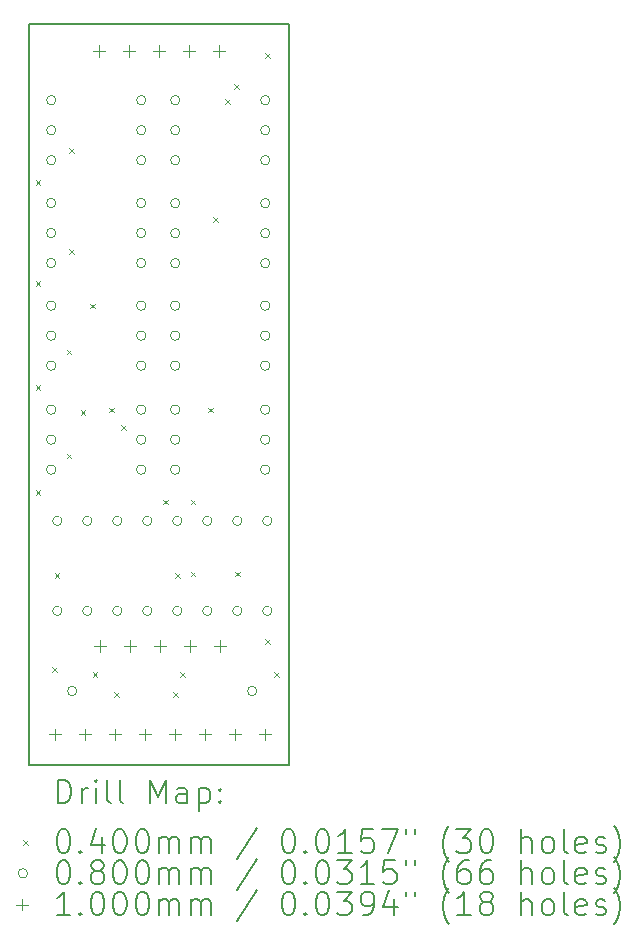
<source format=gbr>
%FSLAX45Y45*%
G04 Gerber Fmt 4.5, Leading zero omitted, Abs format (unit mm)*
G04 Created by KiCad (PCBNEW (6.0.5)) date 2022-08-24 21:52:36*
%MOMM*%
%LPD*%
G01*
G04 APERTURE LIST*
%TA.AperFunction,Profile*%
%ADD10C,0.200000*%
%TD*%
%ADD11C,0.200000*%
%ADD12C,0.040000*%
%ADD13C,0.080000*%
%ADD14C,0.100000*%
G04 APERTURE END LIST*
D10*
X12950000Y-7240000D02*
X15150000Y-7240000D01*
X15150000Y-7240000D02*
X15150000Y-13520000D01*
X15150000Y-13520000D02*
X12950000Y-13520000D01*
X12950000Y-13520000D02*
X12950000Y-7240000D01*
D11*
D12*
X13007549Y-8562451D02*
X13047549Y-8602451D01*
X13047549Y-8562451D02*
X13007549Y-8602451D01*
X13007549Y-9417549D02*
X13047549Y-9457549D01*
X13047549Y-9417549D02*
X13007549Y-9457549D01*
X13007549Y-10297549D02*
X13047549Y-10337549D01*
X13047549Y-10297549D02*
X13007549Y-10337549D01*
X13007549Y-11187549D02*
X13047549Y-11227549D01*
X13047549Y-11187549D02*
X13007549Y-11227549D01*
X13150000Y-12690000D02*
X13190000Y-12730000D01*
X13190000Y-12690000D02*
X13150000Y-12730000D01*
X13170000Y-11890000D02*
X13210000Y-11930000D01*
X13210000Y-11890000D02*
X13170000Y-11930000D01*
X13270000Y-10000000D02*
X13310000Y-10040000D01*
X13310000Y-10000000D02*
X13270000Y-10040000D01*
X13270000Y-10880000D02*
X13310000Y-10920000D01*
X13310000Y-10880000D02*
X13270000Y-10920000D01*
X13290000Y-8291500D02*
X13330000Y-8331500D01*
X13330000Y-8291500D02*
X13290000Y-8331500D01*
X13290000Y-9150000D02*
X13330000Y-9190000D01*
X13330000Y-9150000D02*
X13290000Y-9190000D01*
X13390000Y-10510000D02*
X13430000Y-10550000D01*
X13430000Y-10510000D02*
X13390000Y-10550000D01*
X13470000Y-9610000D02*
X13510000Y-9650000D01*
X13510000Y-9610000D02*
X13470000Y-9650000D01*
X13490000Y-12730000D02*
X13530000Y-12770000D01*
X13530000Y-12730000D02*
X13490000Y-12770000D01*
X13630000Y-10490000D02*
X13670000Y-10530000D01*
X13670000Y-10490000D02*
X13630000Y-10530000D01*
X13670000Y-12900000D02*
X13710000Y-12940000D01*
X13710000Y-12900000D02*
X13670000Y-12940000D01*
X13730000Y-10640000D02*
X13770000Y-10680000D01*
X13770000Y-10640000D02*
X13730000Y-10680000D01*
X14090000Y-11270000D02*
X14130000Y-11310000D01*
X14130000Y-11270000D02*
X14090000Y-11310000D01*
X14170000Y-12900000D02*
X14210000Y-12940000D01*
X14210000Y-12900000D02*
X14170000Y-12940000D01*
X14190000Y-11890000D02*
X14230000Y-11930000D01*
X14230000Y-11890000D02*
X14190000Y-11930000D01*
X14230000Y-12730000D02*
X14270000Y-12770000D01*
X14270000Y-12730000D02*
X14230000Y-12770000D01*
X14320000Y-11270000D02*
X14360000Y-11310000D01*
X14360000Y-11270000D02*
X14320000Y-11310000D01*
X14320000Y-11880000D02*
X14360000Y-11920000D01*
X14360000Y-11880000D02*
X14320000Y-11920000D01*
X14470000Y-10490000D02*
X14510000Y-10530000D01*
X14510000Y-10490000D02*
X14470000Y-10530000D01*
X14510000Y-8880000D02*
X14550000Y-8920000D01*
X14550000Y-8880000D02*
X14510000Y-8920000D01*
X14610000Y-7880000D02*
X14650000Y-7920000D01*
X14650000Y-7880000D02*
X14610000Y-7920000D01*
X14690000Y-7750000D02*
X14730000Y-7790000D01*
X14730000Y-7750000D02*
X14690000Y-7790000D01*
X14700000Y-11880000D02*
X14740000Y-11920000D01*
X14740000Y-11880000D02*
X14700000Y-11920000D01*
X14950000Y-7490000D02*
X14990000Y-7530000D01*
X14990000Y-7490000D02*
X14950000Y-7530000D01*
X14950000Y-12450000D02*
X14990000Y-12490000D01*
X14990000Y-12450000D02*
X14950000Y-12490000D01*
X15030000Y-12730000D02*
X15070000Y-12770000D01*
X15070000Y-12730000D02*
X15030000Y-12770000D01*
D13*
X13180000Y-7887500D02*
G75*
G03*
X13180000Y-7887500I-40000J0D01*
G01*
X13180000Y-8141500D02*
G75*
G03*
X13180000Y-8141500I-40000J0D01*
G01*
X13180000Y-8395500D02*
G75*
G03*
X13180000Y-8395500I-40000J0D01*
G01*
X13180000Y-8757500D02*
G75*
G03*
X13180000Y-8757500I-40000J0D01*
G01*
X13180000Y-9011500D02*
G75*
G03*
X13180000Y-9011500I-40000J0D01*
G01*
X13180000Y-9265500D02*
G75*
G03*
X13180000Y-9265500I-40000J0D01*
G01*
X13180000Y-9627500D02*
G75*
G03*
X13180000Y-9627500I-40000J0D01*
G01*
X13180000Y-9881500D02*
G75*
G03*
X13180000Y-9881500I-40000J0D01*
G01*
X13180000Y-10135500D02*
G75*
G03*
X13180000Y-10135500I-40000J0D01*
G01*
X13180000Y-10507500D02*
G75*
G03*
X13180000Y-10507500I-40000J0D01*
G01*
X13180000Y-10761500D02*
G75*
G03*
X13180000Y-10761500I-40000J0D01*
G01*
X13180000Y-11015500D02*
G75*
G03*
X13180000Y-11015500I-40000J0D01*
G01*
X13232000Y-11450000D02*
G75*
G03*
X13232000Y-11450000I-40000J0D01*
G01*
X13232000Y-12212000D02*
G75*
G03*
X13232000Y-12212000I-40000J0D01*
G01*
X13358000Y-12890000D02*
G75*
G03*
X13358000Y-12890000I-40000J0D01*
G01*
X13486000Y-11450000D02*
G75*
G03*
X13486000Y-11450000I-40000J0D01*
G01*
X13486000Y-12212000D02*
G75*
G03*
X13486000Y-12212000I-40000J0D01*
G01*
X13740000Y-11450000D02*
G75*
G03*
X13740000Y-11450000I-40000J0D01*
G01*
X13740000Y-12212000D02*
G75*
G03*
X13740000Y-12212000I-40000J0D01*
G01*
X13942000Y-7887500D02*
G75*
G03*
X13942000Y-7887500I-40000J0D01*
G01*
X13942000Y-8141500D02*
G75*
G03*
X13942000Y-8141500I-40000J0D01*
G01*
X13942000Y-8395500D02*
G75*
G03*
X13942000Y-8395500I-40000J0D01*
G01*
X13942000Y-8757500D02*
G75*
G03*
X13942000Y-8757500I-40000J0D01*
G01*
X13942000Y-9011500D02*
G75*
G03*
X13942000Y-9011500I-40000J0D01*
G01*
X13942000Y-9265500D02*
G75*
G03*
X13942000Y-9265500I-40000J0D01*
G01*
X13942000Y-9627500D02*
G75*
G03*
X13942000Y-9627500I-40000J0D01*
G01*
X13942000Y-9881500D02*
G75*
G03*
X13942000Y-9881500I-40000J0D01*
G01*
X13942000Y-10135500D02*
G75*
G03*
X13942000Y-10135500I-40000J0D01*
G01*
X13942000Y-10507500D02*
G75*
G03*
X13942000Y-10507500I-40000J0D01*
G01*
X13942000Y-10761500D02*
G75*
G03*
X13942000Y-10761500I-40000J0D01*
G01*
X13942000Y-11015500D02*
G75*
G03*
X13942000Y-11015500I-40000J0D01*
G01*
X13994000Y-11450000D02*
G75*
G03*
X13994000Y-11450000I-40000J0D01*
G01*
X13994000Y-12212000D02*
G75*
G03*
X13994000Y-12212000I-40000J0D01*
G01*
X14230000Y-7887500D02*
G75*
G03*
X14230000Y-7887500I-40000J0D01*
G01*
X14230000Y-8141500D02*
G75*
G03*
X14230000Y-8141500I-40000J0D01*
G01*
X14230000Y-8395500D02*
G75*
G03*
X14230000Y-8395500I-40000J0D01*
G01*
X14230000Y-8760000D02*
G75*
G03*
X14230000Y-8760000I-40000J0D01*
G01*
X14230000Y-9014000D02*
G75*
G03*
X14230000Y-9014000I-40000J0D01*
G01*
X14230000Y-9268000D02*
G75*
G03*
X14230000Y-9268000I-40000J0D01*
G01*
X14230000Y-9627500D02*
G75*
G03*
X14230000Y-9627500I-40000J0D01*
G01*
X14230000Y-9881500D02*
G75*
G03*
X14230000Y-9881500I-40000J0D01*
G01*
X14230000Y-10135500D02*
G75*
G03*
X14230000Y-10135500I-40000J0D01*
G01*
X14230000Y-10507500D02*
G75*
G03*
X14230000Y-10507500I-40000J0D01*
G01*
X14230000Y-10761500D02*
G75*
G03*
X14230000Y-10761500I-40000J0D01*
G01*
X14230000Y-11015500D02*
G75*
G03*
X14230000Y-11015500I-40000J0D01*
G01*
X14248000Y-11450000D02*
G75*
G03*
X14248000Y-11450000I-40000J0D01*
G01*
X14248000Y-12212000D02*
G75*
G03*
X14248000Y-12212000I-40000J0D01*
G01*
X14502000Y-11450000D02*
G75*
G03*
X14502000Y-11450000I-40000J0D01*
G01*
X14502000Y-12212000D02*
G75*
G03*
X14502000Y-12212000I-40000J0D01*
G01*
X14756000Y-11450000D02*
G75*
G03*
X14756000Y-11450000I-40000J0D01*
G01*
X14756000Y-12212000D02*
G75*
G03*
X14756000Y-12212000I-40000J0D01*
G01*
X14882000Y-12890000D02*
G75*
G03*
X14882000Y-12890000I-40000J0D01*
G01*
X14992000Y-7887500D02*
G75*
G03*
X14992000Y-7887500I-40000J0D01*
G01*
X14992000Y-8141500D02*
G75*
G03*
X14992000Y-8141500I-40000J0D01*
G01*
X14992000Y-8395500D02*
G75*
G03*
X14992000Y-8395500I-40000J0D01*
G01*
X14992000Y-8760000D02*
G75*
G03*
X14992000Y-8760000I-40000J0D01*
G01*
X14992000Y-9014000D02*
G75*
G03*
X14992000Y-9014000I-40000J0D01*
G01*
X14992000Y-9268000D02*
G75*
G03*
X14992000Y-9268000I-40000J0D01*
G01*
X14992000Y-9627500D02*
G75*
G03*
X14992000Y-9627500I-40000J0D01*
G01*
X14992000Y-9881500D02*
G75*
G03*
X14992000Y-9881500I-40000J0D01*
G01*
X14992000Y-10135500D02*
G75*
G03*
X14992000Y-10135500I-40000J0D01*
G01*
X14992000Y-10507500D02*
G75*
G03*
X14992000Y-10507500I-40000J0D01*
G01*
X14992000Y-10761500D02*
G75*
G03*
X14992000Y-10761500I-40000J0D01*
G01*
X14992000Y-11015500D02*
G75*
G03*
X14992000Y-11015500I-40000J0D01*
G01*
X15010000Y-11450000D02*
G75*
G03*
X15010000Y-11450000I-40000J0D01*
G01*
X15010000Y-12212000D02*
G75*
G03*
X15010000Y-12212000I-40000J0D01*
G01*
D14*
X13172500Y-13207500D02*
X13172500Y-13307500D01*
X13122500Y-13257500D02*
X13222500Y-13257500D01*
X13426500Y-13207500D02*
X13426500Y-13307500D01*
X13376500Y-13257500D02*
X13476500Y-13257500D01*
X13542500Y-7420000D02*
X13542500Y-7520000D01*
X13492500Y-7470000D02*
X13592500Y-7470000D01*
X13552500Y-12460000D02*
X13552500Y-12560000D01*
X13502500Y-12510000D02*
X13602500Y-12510000D01*
X13680500Y-13207500D02*
X13680500Y-13307500D01*
X13630500Y-13257500D02*
X13730500Y-13257500D01*
X13796500Y-7420000D02*
X13796500Y-7520000D01*
X13746500Y-7470000D02*
X13846500Y-7470000D01*
X13806500Y-12460000D02*
X13806500Y-12560000D01*
X13756500Y-12510000D02*
X13856500Y-12510000D01*
X13934500Y-13207500D02*
X13934500Y-13307500D01*
X13884500Y-13257500D02*
X13984500Y-13257500D01*
X14050500Y-7420000D02*
X14050500Y-7520000D01*
X14000500Y-7470000D02*
X14100500Y-7470000D01*
X14060500Y-12460000D02*
X14060500Y-12560000D01*
X14010500Y-12510000D02*
X14110500Y-12510000D01*
X14188500Y-13207500D02*
X14188500Y-13307500D01*
X14138500Y-13257500D02*
X14238500Y-13257500D01*
X14304500Y-7420000D02*
X14304500Y-7520000D01*
X14254500Y-7470000D02*
X14354500Y-7470000D01*
X14314500Y-12460000D02*
X14314500Y-12560000D01*
X14264500Y-12510000D02*
X14364500Y-12510000D01*
X14442500Y-13207500D02*
X14442500Y-13307500D01*
X14392500Y-13257500D02*
X14492500Y-13257500D01*
X14558500Y-7420000D02*
X14558500Y-7520000D01*
X14508500Y-7470000D02*
X14608500Y-7470000D01*
X14568500Y-12460000D02*
X14568500Y-12560000D01*
X14518500Y-12510000D02*
X14618500Y-12510000D01*
X14696500Y-13207500D02*
X14696500Y-13307500D01*
X14646500Y-13257500D02*
X14746500Y-13257500D01*
X14950500Y-13207500D02*
X14950500Y-13307500D01*
X14900500Y-13257500D02*
X15000500Y-13257500D01*
D11*
X13197619Y-13840476D02*
X13197619Y-13640476D01*
X13245238Y-13640476D01*
X13273809Y-13650000D01*
X13292857Y-13669048D01*
X13302381Y-13688095D01*
X13311905Y-13726190D01*
X13311905Y-13754762D01*
X13302381Y-13792857D01*
X13292857Y-13811905D01*
X13273809Y-13830952D01*
X13245238Y-13840476D01*
X13197619Y-13840476D01*
X13397619Y-13840476D02*
X13397619Y-13707143D01*
X13397619Y-13745238D02*
X13407143Y-13726190D01*
X13416667Y-13716667D01*
X13435714Y-13707143D01*
X13454762Y-13707143D01*
X13521428Y-13840476D02*
X13521428Y-13707143D01*
X13521428Y-13640476D02*
X13511905Y-13650000D01*
X13521428Y-13659524D01*
X13530952Y-13650000D01*
X13521428Y-13640476D01*
X13521428Y-13659524D01*
X13645238Y-13840476D02*
X13626190Y-13830952D01*
X13616667Y-13811905D01*
X13616667Y-13640476D01*
X13750000Y-13840476D02*
X13730952Y-13830952D01*
X13721428Y-13811905D01*
X13721428Y-13640476D01*
X13978571Y-13840476D02*
X13978571Y-13640476D01*
X14045238Y-13783333D01*
X14111905Y-13640476D01*
X14111905Y-13840476D01*
X14292857Y-13840476D02*
X14292857Y-13735714D01*
X14283333Y-13716667D01*
X14264286Y-13707143D01*
X14226190Y-13707143D01*
X14207143Y-13716667D01*
X14292857Y-13830952D02*
X14273809Y-13840476D01*
X14226190Y-13840476D01*
X14207143Y-13830952D01*
X14197619Y-13811905D01*
X14197619Y-13792857D01*
X14207143Y-13773809D01*
X14226190Y-13764286D01*
X14273809Y-13764286D01*
X14292857Y-13754762D01*
X14388095Y-13707143D02*
X14388095Y-13907143D01*
X14388095Y-13716667D02*
X14407143Y-13707143D01*
X14445238Y-13707143D01*
X14464286Y-13716667D01*
X14473809Y-13726190D01*
X14483333Y-13745238D01*
X14483333Y-13802381D01*
X14473809Y-13821428D01*
X14464286Y-13830952D01*
X14445238Y-13840476D01*
X14407143Y-13840476D01*
X14388095Y-13830952D01*
X14569048Y-13821428D02*
X14578571Y-13830952D01*
X14569048Y-13840476D01*
X14559524Y-13830952D01*
X14569048Y-13821428D01*
X14569048Y-13840476D01*
X14569048Y-13716667D02*
X14578571Y-13726190D01*
X14569048Y-13735714D01*
X14559524Y-13726190D01*
X14569048Y-13716667D01*
X14569048Y-13735714D01*
D12*
X12900000Y-14150000D02*
X12940000Y-14190000D01*
X12940000Y-14150000D02*
X12900000Y-14190000D01*
D11*
X13235714Y-14060476D02*
X13254762Y-14060476D01*
X13273809Y-14070000D01*
X13283333Y-14079524D01*
X13292857Y-14098571D01*
X13302381Y-14136667D01*
X13302381Y-14184286D01*
X13292857Y-14222381D01*
X13283333Y-14241428D01*
X13273809Y-14250952D01*
X13254762Y-14260476D01*
X13235714Y-14260476D01*
X13216667Y-14250952D01*
X13207143Y-14241428D01*
X13197619Y-14222381D01*
X13188095Y-14184286D01*
X13188095Y-14136667D01*
X13197619Y-14098571D01*
X13207143Y-14079524D01*
X13216667Y-14070000D01*
X13235714Y-14060476D01*
X13388095Y-14241428D02*
X13397619Y-14250952D01*
X13388095Y-14260476D01*
X13378571Y-14250952D01*
X13388095Y-14241428D01*
X13388095Y-14260476D01*
X13569048Y-14127143D02*
X13569048Y-14260476D01*
X13521428Y-14050952D02*
X13473809Y-14193809D01*
X13597619Y-14193809D01*
X13711905Y-14060476D02*
X13730952Y-14060476D01*
X13750000Y-14070000D01*
X13759524Y-14079524D01*
X13769048Y-14098571D01*
X13778571Y-14136667D01*
X13778571Y-14184286D01*
X13769048Y-14222381D01*
X13759524Y-14241428D01*
X13750000Y-14250952D01*
X13730952Y-14260476D01*
X13711905Y-14260476D01*
X13692857Y-14250952D01*
X13683333Y-14241428D01*
X13673809Y-14222381D01*
X13664286Y-14184286D01*
X13664286Y-14136667D01*
X13673809Y-14098571D01*
X13683333Y-14079524D01*
X13692857Y-14070000D01*
X13711905Y-14060476D01*
X13902381Y-14060476D02*
X13921428Y-14060476D01*
X13940476Y-14070000D01*
X13950000Y-14079524D01*
X13959524Y-14098571D01*
X13969048Y-14136667D01*
X13969048Y-14184286D01*
X13959524Y-14222381D01*
X13950000Y-14241428D01*
X13940476Y-14250952D01*
X13921428Y-14260476D01*
X13902381Y-14260476D01*
X13883333Y-14250952D01*
X13873809Y-14241428D01*
X13864286Y-14222381D01*
X13854762Y-14184286D01*
X13854762Y-14136667D01*
X13864286Y-14098571D01*
X13873809Y-14079524D01*
X13883333Y-14070000D01*
X13902381Y-14060476D01*
X14054762Y-14260476D02*
X14054762Y-14127143D01*
X14054762Y-14146190D02*
X14064286Y-14136667D01*
X14083333Y-14127143D01*
X14111905Y-14127143D01*
X14130952Y-14136667D01*
X14140476Y-14155714D01*
X14140476Y-14260476D01*
X14140476Y-14155714D02*
X14150000Y-14136667D01*
X14169048Y-14127143D01*
X14197619Y-14127143D01*
X14216667Y-14136667D01*
X14226190Y-14155714D01*
X14226190Y-14260476D01*
X14321428Y-14260476D02*
X14321428Y-14127143D01*
X14321428Y-14146190D02*
X14330952Y-14136667D01*
X14350000Y-14127143D01*
X14378571Y-14127143D01*
X14397619Y-14136667D01*
X14407143Y-14155714D01*
X14407143Y-14260476D01*
X14407143Y-14155714D02*
X14416667Y-14136667D01*
X14435714Y-14127143D01*
X14464286Y-14127143D01*
X14483333Y-14136667D01*
X14492857Y-14155714D01*
X14492857Y-14260476D01*
X14883333Y-14050952D02*
X14711905Y-14308095D01*
X15140476Y-14060476D02*
X15159524Y-14060476D01*
X15178571Y-14070000D01*
X15188095Y-14079524D01*
X15197619Y-14098571D01*
X15207143Y-14136667D01*
X15207143Y-14184286D01*
X15197619Y-14222381D01*
X15188095Y-14241428D01*
X15178571Y-14250952D01*
X15159524Y-14260476D01*
X15140476Y-14260476D01*
X15121428Y-14250952D01*
X15111905Y-14241428D01*
X15102381Y-14222381D01*
X15092857Y-14184286D01*
X15092857Y-14136667D01*
X15102381Y-14098571D01*
X15111905Y-14079524D01*
X15121428Y-14070000D01*
X15140476Y-14060476D01*
X15292857Y-14241428D02*
X15302381Y-14250952D01*
X15292857Y-14260476D01*
X15283333Y-14250952D01*
X15292857Y-14241428D01*
X15292857Y-14260476D01*
X15426190Y-14060476D02*
X15445238Y-14060476D01*
X15464286Y-14070000D01*
X15473809Y-14079524D01*
X15483333Y-14098571D01*
X15492857Y-14136667D01*
X15492857Y-14184286D01*
X15483333Y-14222381D01*
X15473809Y-14241428D01*
X15464286Y-14250952D01*
X15445238Y-14260476D01*
X15426190Y-14260476D01*
X15407143Y-14250952D01*
X15397619Y-14241428D01*
X15388095Y-14222381D01*
X15378571Y-14184286D01*
X15378571Y-14136667D01*
X15388095Y-14098571D01*
X15397619Y-14079524D01*
X15407143Y-14070000D01*
X15426190Y-14060476D01*
X15683333Y-14260476D02*
X15569048Y-14260476D01*
X15626190Y-14260476D02*
X15626190Y-14060476D01*
X15607143Y-14089048D01*
X15588095Y-14108095D01*
X15569048Y-14117619D01*
X15864286Y-14060476D02*
X15769048Y-14060476D01*
X15759524Y-14155714D01*
X15769048Y-14146190D01*
X15788095Y-14136667D01*
X15835714Y-14136667D01*
X15854762Y-14146190D01*
X15864286Y-14155714D01*
X15873809Y-14174762D01*
X15873809Y-14222381D01*
X15864286Y-14241428D01*
X15854762Y-14250952D01*
X15835714Y-14260476D01*
X15788095Y-14260476D01*
X15769048Y-14250952D01*
X15759524Y-14241428D01*
X15940476Y-14060476D02*
X16073809Y-14060476D01*
X15988095Y-14260476D01*
X16140476Y-14060476D02*
X16140476Y-14098571D01*
X16216667Y-14060476D02*
X16216667Y-14098571D01*
X16511905Y-14336667D02*
X16502381Y-14327143D01*
X16483333Y-14298571D01*
X16473809Y-14279524D01*
X16464286Y-14250952D01*
X16454762Y-14203333D01*
X16454762Y-14165238D01*
X16464286Y-14117619D01*
X16473809Y-14089048D01*
X16483333Y-14070000D01*
X16502381Y-14041428D01*
X16511905Y-14031905D01*
X16569048Y-14060476D02*
X16692857Y-14060476D01*
X16626190Y-14136667D01*
X16654762Y-14136667D01*
X16673809Y-14146190D01*
X16683333Y-14155714D01*
X16692857Y-14174762D01*
X16692857Y-14222381D01*
X16683333Y-14241428D01*
X16673809Y-14250952D01*
X16654762Y-14260476D01*
X16597619Y-14260476D01*
X16578571Y-14250952D01*
X16569048Y-14241428D01*
X16816667Y-14060476D02*
X16835714Y-14060476D01*
X16854762Y-14070000D01*
X16864286Y-14079524D01*
X16873810Y-14098571D01*
X16883333Y-14136667D01*
X16883333Y-14184286D01*
X16873810Y-14222381D01*
X16864286Y-14241428D01*
X16854762Y-14250952D01*
X16835714Y-14260476D01*
X16816667Y-14260476D01*
X16797619Y-14250952D01*
X16788095Y-14241428D01*
X16778571Y-14222381D01*
X16769048Y-14184286D01*
X16769048Y-14136667D01*
X16778571Y-14098571D01*
X16788095Y-14079524D01*
X16797619Y-14070000D01*
X16816667Y-14060476D01*
X17121429Y-14260476D02*
X17121429Y-14060476D01*
X17207143Y-14260476D02*
X17207143Y-14155714D01*
X17197619Y-14136667D01*
X17178571Y-14127143D01*
X17150000Y-14127143D01*
X17130952Y-14136667D01*
X17121429Y-14146190D01*
X17330952Y-14260476D02*
X17311905Y-14250952D01*
X17302381Y-14241428D01*
X17292857Y-14222381D01*
X17292857Y-14165238D01*
X17302381Y-14146190D01*
X17311905Y-14136667D01*
X17330952Y-14127143D01*
X17359524Y-14127143D01*
X17378571Y-14136667D01*
X17388095Y-14146190D01*
X17397619Y-14165238D01*
X17397619Y-14222381D01*
X17388095Y-14241428D01*
X17378571Y-14250952D01*
X17359524Y-14260476D01*
X17330952Y-14260476D01*
X17511905Y-14260476D02*
X17492857Y-14250952D01*
X17483333Y-14231905D01*
X17483333Y-14060476D01*
X17664286Y-14250952D02*
X17645238Y-14260476D01*
X17607143Y-14260476D01*
X17588095Y-14250952D01*
X17578571Y-14231905D01*
X17578571Y-14155714D01*
X17588095Y-14136667D01*
X17607143Y-14127143D01*
X17645238Y-14127143D01*
X17664286Y-14136667D01*
X17673810Y-14155714D01*
X17673810Y-14174762D01*
X17578571Y-14193809D01*
X17750000Y-14250952D02*
X17769048Y-14260476D01*
X17807143Y-14260476D01*
X17826190Y-14250952D01*
X17835714Y-14231905D01*
X17835714Y-14222381D01*
X17826190Y-14203333D01*
X17807143Y-14193809D01*
X17778571Y-14193809D01*
X17759524Y-14184286D01*
X17750000Y-14165238D01*
X17750000Y-14155714D01*
X17759524Y-14136667D01*
X17778571Y-14127143D01*
X17807143Y-14127143D01*
X17826190Y-14136667D01*
X17902381Y-14336667D02*
X17911905Y-14327143D01*
X17930952Y-14298571D01*
X17940476Y-14279524D01*
X17950000Y-14250952D01*
X17959524Y-14203333D01*
X17959524Y-14165238D01*
X17950000Y-14117619D01*
X17940476Y-14089048D01*
X17930952Y-14070000D01*
X17911905Y-14041428D01*
X17902381Y-14031905D01*
D13*
X12940000Y-14434000D02*
G75*
G03*
X12940000Y-14434000I-40000J0D01*
G01*
D11*
X13235714Y-14324476D02*
X13254762Y-14324476D01*
X13273809Y-14334000D01*
X13283333Y-14343524D01*
X13292857Y-14362571D01*
X13302381Y-14400667D01*
X13302381Y-14448286D01*
X13292857Y-14486381D01*
X13283333Y-14505428D01*
X13273809Y-14514952D01*
X13254762Y-14524476D01*
X13235714Y-14524476D01*
X13216667Y-14514952D01*
X13207143Y-14505428D01*
X13197619Y-14486381D01*
X13188095Y-14448286D01*
X13188095Y-14400667D01*
X13197619Y-14362571D01*
X13207143Y-14343524D01*
X13216667Y-14334000D01*
X13235714Y-14324476D01*
X13388095Y-14505428D02*
X13397619Y-14514952D01*
X13388095Y-14524476D01*
X13378571Y-14514952D01*
X13388095Y-14505428D01*
X13388095Y-14524476D01*
X13511905Y-14410190D02*
X13492857Y-14400667D01*
X13483333Y-14391143D01*
X13473809Y-14372095D01*
X13473809Y-14362571D01*
X13483333Y-14343524D01*
X13492857Y-14334000D01*
X13511905Y-14324476D01*
X13550000Y-14324476D01*
X13569048Y-14334000D01*
X13578571Y-14343524D01*
X13588095Y-14362571D01*
X13588095Y-14372095D01*
X13578571Y-14391143D01*
X13569048Y-14400667D01*
X13550000Y-14410190D01*
X13511905Y-14410190D01*
X13492857Y-14419714D01*
X13483333Y-14429238D01*
X13473809Y-14448286D01*
X13473809Y-14486381D01*
X13483333Y-14505428D01*
X13492857Y-14514952D01*
X13511905Y-14524476D01*
X13550000Y-14524476D01*
X13569048Y-14514952D01*
X13578571Y-14505428D01*
X13588095Y-14486381D01*
X13588095Y-14448286D01*
X13578571Y-14429238D01*
X13569048Y-14419714D01*
X13550000Y-14410190D01*
X13711905Y-14324476D02*
X13730952Y-14324476D01*
X13750000Y-14334000D01*
X13759524Y-14343524D01*
X13769048Y-14362571D01*
X13778571Y-14400667D01*
X13778571Y-14448286D01*
X13769048Y-14486381D01*
X13759524Y-14505428D01*
X13750000Y-14514952D01*
X13730952Y-14524476D01*
X13711905Y-14524476D01*
X13692857Y-14514952D01*
X13683333Y-14505428D01*
X13673809Y-14486381D01*
X13664286Y-14448286D01*
X13664286Y-14400667D01*
X13673809Y-14362571D01*
X13683333Y-14343524D01*
X13692857Y-14334000D01*
X13711905Y-14324476D01*
X13902381Y-14324476D02*
X13921428Y-14324476D01*
X13940476Y-14334000D01*
X13950000Y-14343524D01*
X13959524Y-14362571D01*
X13969048Y-14400667D01*
X13969048Y-14448286D01*
X13959524Y-14486381D01*
X13950000Y-14505428D01*
X13940476Y-14514952D01*
X13921428Y-14524476D01*
X13902381Y-14524476D01*
X13883333Y-14514952D01*
X13873809Y-14505428D01*
X13864286Y-14486381D01*
X13854762Y-14448286D01*
X13854762Y-14400667D01*
X13864286Y-14362571D01*
X13873809Y-14343524D01*
X13883333Y-14334000D01*
X13902381Y-14324476D01*
X14054762Y-14524476D02*
X14054762Y-14391143D01*
X14054762Y-14410190D02*
X14064286Y-14400667D01*
X14083333Y-14391143D01*
X14111905Y-14391143D01*
X14130952Y-14400667D01*
X14140476Y-14419714D01*
X14140476Y-14524476D01*
X14140476Y-14419714D02*
X14150000Y-14400667D01*
X14169048Y-14391143D01*
X14197619Y-14391143D01*
X14216667Y-14400667D01*
X14226190Y-14419714D01*
X14226190Y-14524476D01*
X14321428Y-14524476D02*
X14321428Y-14391143D01*
X14321428Y-14410190D02*
X14330952Y-14400667D01*
X14350000Y-14391143D01*
X14378571Y-14391143D01*
X14397619Y-14400667D01*
X14407143Y-14419714D01*
X14407143Y-14524476D01*
X14407143Y-14419714D02*
X14416667Y-14400667D01*
X14435714Y-14391143D01*
X14464286Y-14391143D01*
X14483333Y-14400667D01*
X14492857Y-14419714D01*
X14492857Y-14524476D01*
X14883333Y-14314952D02*
X14711905Y-14572095D01*
X15140476Y-14324476D02*
X15159524Y-14324476D01*
X15178571Y-14334000D01*
X15188095Y-14343524D01*
X15197619Y-14362571D01*
X15207143Y-14400667D01*
X15207143Y-14448286D01*
X15197619Y-14486381D01*
X15188095Y-14505428D01*
X15178571Y-14514952D01*
X15159524Y-14524476D01*
X15140476Y-14524476D01*
X15121428Y-14514952D01*
X15111905Y-14505428D01*
X15102381Y-14486381D01*
X15092857Y-14448286D01*
X15092857Y-14400667D01*
X15102381Y-14362571D01*
X15111905Y-14343524D01*
X15121428Y-14334000D01*
X15140476Y-14324476D01*
X15292857Y-14505428D02*
X15302381Y-14514952D01*
X15292857Y-14524476D01*
X15283333Y-14514952D01*
X15292857Y-14505428D01*
X15292857Y-14524476D01*
X15426190Y-14324476D02*
X15445238Y-14324476D01*
X15464286Y-14334000D01*
X15473809Y-14343524D01*
X15483333Y-14362571D01*
X15492857Y-14400667D01*
X15492857Y-14448286D01*
X15483333Y-14486381D01*
X15473809Y-14505428D01*
X15464286Y-14514952D01*
X15445238Y-14524476D01*
X15426190Y-14524476D01*
X15407143Y-14514952D01*
X15397619Y-14505428D01*
X15388095Y-14486381D01*
X15378571Y-14448286D01*
X15378571Y-14400667D01*
X15388095Y-14362571D01*
X15397619Y-14343524D01*
X15407143Y-14334000D01*
X15426190Y-14324476D01*
X15559524Y-14324476D02*
X15683333Y-14324476D01*
X15616667Y-14400667D01*
X15645238Y-14400667D01*
X15664286Y-14410190D01*
X15673809Y-14419714D01*
X15683333Y-14438762D01*
X15683333Y-14486381D01*
X15673809Y-14505428D01*
X15664286Y-14514952D01*
X15645238Y-14524476D01*
X15588095Y-14524476D01*
X15569048Y-14514952D01*
X15559524Y-14505428D01*
X15873809Y-14524476D02*
X15759524Y-14524476D01*
X15816667Y-14524476D02*
X15816667Y-14324476D01*
X15797619Y-14353048D01*
X15778571Y-14372095D01*
X15759524Y-14381619D01*
X16054762Y-14324476D02*
X15959524Y-14324476D01*
X15950000Y-14419714D01*
X15959524Y-14410190D01*
X15978571Y-14400667D01*
X16026190Y-14400667D01*
X16045238Y-14410190D01*
X16054762Y-14419714D01*
X16064286Y-14438762D01*
X16064286Y-14486381D01*
X16054762Y-14505428D01*
X16045238Y-14514952D01*
X16026190Y-14524476D01*
X15978571Y-14524476D01*
X15959524Y-14514952D01*
X15950000Y-14505428D01*
X16140476Y-14324476D02*
X16140476Y-14362571D01*
X16216667Y-14324476D02*
X16216667Y-14362571D01*
X16511905Y-14600667D02*
X16502381Y-14591143D01*
X16483333Y-14562571D01*
X16473809Y-14543524D01*
X16464286Y-14514952D01*
X16454762Y-14467333D01*
X16454762Y-14429238D01*
X16464286Y-14381619D01*
X16473809Y-14353048D01*
X16483333Y-14334000D01*
X16502381Y-14305428D01*
X16511905Y-14295905D01*
X16673809Y-14324476D02*
X16635714Y-14324476D01*
X16616667Y-14334000D01*
X16607143Y-14343524D01*
X16588095Y-14372095D01*
X16578571Y-14410190D01*
X16578571Y-14486381D01*
X16588095Y-14505428D01*
X16597619Y-14514952D01*
X16616667Y-14524476D01*
X16654762Y-14524476D01*
X16673809Y-14514952D01*
X16683333Y-14505428D01*
X16692857Y-14486381D01*
X16692857Y-14438762D01*
X16683333Y-14419714D01*
X16673809Y-14410190D01*
X16654762Y-14400667D01*
X16616667Y-14400667D01*
X16597619Y-14410190D01*
X16588095Y-14419714D01*
X16578571Y-14438762D01*
X16864286Y-14324476D02*
X16826190Y-14324476D01*
X16807143Y-14334000D01*
X16797619Y-14343524D01*
X16778571Y-14372095D01*
X16769048Y-14410190D01*
X16769048Y-14486381D01*
X16778571Y-14505428D01*
X16788095Y-14514952D01*
X16807143Y-14524476D01*
X16845238Y-14524476D01*
X16864286Y-14514952D01*
X16873810Y-14505428D01*
X16883333Y-14486381D01*
X16883333Y-14438762D01*
X16873810Y-14419714D01*
X16864286Y-14410190D01*
X16845238Y-14400667D01*
X16807143Y-14400667D01*
X16788095Y-14410190D01*
X16778571Y-14419714D01*
X16769048Y-14438762D01*
X17121429Y-14524476D02*
X17121429Y-14324476D01*
X17207143Y-14524476D02*
X17207143Y-14419714D01*
X17197619Y-14400667D01*
X17178571Y-14391143D01*
X17150000Y-14391143D01*
X17130952Y-14400667D01*
X17121429Y-14410190D01*
X17330952Y-14524476D02*
X17311905Y-14514952D01*
X17302381Y-14505428D01*
X17292857Y-14486381D01*
X17292857Y-14429238D01*
X17302381Y-14410190D01*
X17311905Y-14400667D01*
X17330952Y-14391143D01*
X17359524Y-14391143D01*
X17378571Y-14400667D01*
X17388095Y-14410190D01*
X17397619Y-14429238D01*
X17397619Y-14486381D01*
X17388095Y-14505428D01*
X17378571Y-14514952D01*
X17359524Y-14524476D01*
X17330952Y-14524476D01*
X17511905Y-14524476D02*
X17492857Y-14514952D01*
X17483333Y-14495905D01*
X17483333Y-14324476D01*
X17664286Y-14514952D02*
X17645238Y-14524476D01*
X17607143Y-14524476D01*
X17588095Y-14514952D01*
X17578571Y-14495905D01*
X17578571Y-14419714D01*
X17588095Y-14400667D01*
X17607143Y-14391143D01*
X17645238Y-14391143D01*
X17664286Y-14400667D01*
X17673810Y-14419714D01*
X17673810Y-14438762D01*
X17578571Y-14457809D01*
X17750000Y-14514952D02*
X17769048Y-14524476D01*
X17807143Y-14524476D01*
X17826190Y-14514952D01*
X17835714Y-14495905D01*
X17835714Y-14486381D01*
X17826190Y-14467333D01*
X17807143Y-14457809D01*
X17778571Y-14457809D01*
X17759524Y-14448286D01*
X17750000Y-14429238D01*
X17750000Y-14419714D01*
X17759524Y-14400667D01*
X17778571Y-14391143D01*
X17807143Y-14391143D01*
X17826190Y-14400667D01*
X17902381Y-14600667D02*
X17911905Y-14591143D01*
X17930952Y-14562571D01*
X17940476Y-14543524D01*
X17950000Y-14514952D01*
X17959524Y-14467333D01*
X17959524Y-14429238D01*
X17950000Y-14381619D01*
X17940476Y-14353048D01*
X17930952Y-14334000D01*
X17911905Y-14305428D01*
X17902381Y-14295905D01*
D14*
X12890000Y-14648000D02*
X12890000Y-14748000D01*
X12840000Y-14698000D02*
X12940000Y-14698000D01*
D11*
X13302381Y-14788476D02*
X13188095Y-14788476D01*
X13245238Y-14788476D02*
X13245238Y-14588476D01*
X13226190Y-14617048D01*
X13207143Y-14636095D01*
X13188095Y-14645619D01*
X13388095Y-14769428D02*
X13397619Y-14778952D01*
X13388095Y-14788476D01*
X13378571Y-14778952D01*
X13388095Y-14769428D01*
X13388095Y-14788476D01*
X13521428Y-14588476D02*
X13540476Y-14588476D01*
X13559524Y-14598000D01*
X13569048Y-14607524D01*
X13578571Y-14626571D01*
X13588095Y-14664667D01*
X13588095Y-14712286D01*
X13578571Y-14750381D01*
X13569048Y-14769428D01*
X13559524Y-14778952D01*
X13540476Y-14788476D01*
X13521428Y-14788476D01*
X13502381Y-14778952D01*
X13492857Y-14769428D01*
X13483333Y-14750381D01*
X13473809Y-14712286D01*
X13473809Y-14664667D01*
X13483333Y-14626571D01*
X13492857Y-14607524D01*
X13502381Y-14598000D01*
X13521428Y-14588476D01*
X13711905Y-14588476D02*
X13730952Y-14588476D01*
X13750000Y-14598000D01*
X13759524Y-14607524D01*
X13769048Y-14626571D01*
X13778571Y-14664667D01*
X13778571Y-14712286D01*
X13769048Y-14750381D01*
X13759524Y-14769428D01*
X13750000Y-14778952D01*
X13730952Y-14788476D01*
X13711905Y-14788476D01*
X13692857Y-14778952D01*
X13683333Y-14769428D01*
X13673809Y-14750381D01*
X13664286Y-14712286D01*
X13664286Y-14664667D01*
X13673809Y-14626571D01*
X13683333Y-14607524D01*
X13692857Y-14598000D01*
X13711905Y-14588476D01*
X13902381Y-14588476D02*
X13921428Y-14588476D01*
X13940476Y-14598000D01*
X13950000Y-14607524D01*
X13959524Y-14626571D01*
X13969048Y-14664667D01*
X13969048Y-14712286D01*
X13959524Y-14750381D01*
X13950000Y-14769428D01*
X13940476Y-14778952D01*
X13921428Y-14788476D01*
X13902381Y-14788476D01*
X13883333Y-14778952D01*
X13873809Y-14769428D01*
X13864286Y-14750381D01*
X13854762Y-14712286D01*
X13854762Y-14664667D01*
X13864286Y-14626571D01*
X13873809Y-14607524D01*
X13883333Y-14598000D01*
X13902381Y-14588476D01*
X14054762Y-14788476D02*
X14054762Y-14655143D01*
X14054762Y-14674190D02*
X14064286Y-14664667D01*
X14083333Y-14655143D01*
X14111905Y-14655143D01*
X14130952Y-14664667D01*
X14140476Y-14683714D01*
X14140476Y-14788476D01*
X14140476Y-14683714D02*
X14150000Y-14664667D01*
X14169048Y-14655143D01*
X14197619Y-14655143D01*
X14216667Y-14664667D01*
X14226190Y-14683714D01*
X14226190Y-14788476D01*
X14321428Y-14788476D02*
X14321428Y-14655143D01*
X14321428Y-14674190D02*
X14330952Y-14664667D01*
X14350000Y-14655143D01*
X14378571Y-14655143D01*
X14397619Y-14664667D01*
X14407143Y-14683714D01*
X14407143Y-14788476D01*
X14407143Y-14683714D02*
X14416667Y-14664667D01*
X14435714Y-14655143D01*
X14464286Y-14655143D01*
X14483333Y-14664667D01*
X14492857Y-14683714D01*
X14492857Y-14788476D01*
X14883333Y-14578952D02*
X14711905Y-14836095D01*
X15140476Y-14588476D02*
X15159524Y-14588476D01*
X15178571Y-14598000D01*
X15188095Y-14607524D01*
X15197619Y-14626571D01*
X15207143Y-14664667D01*
X15207143Y-14712286D01*
X15197619Y-14750381D01*
X15188095Y-14769428D01*
X15178571Y-14778952D01*
X15159524Y-14788476D01*
X15140476Y-14788476D01*
X15121428Y-14778952D01*
X15111905Y-14769428D01*
X15102381Y-14750381D01*
X15092857Y-14712286D01*
X15092857Y-14664667D01*
X15102381Y-14626571D01*
X15111905Y-14607524D01*
X15121428Y-14598000D01*
X15140476Y-14588476D01*
X15292857Y-14769428D02*
X15302381Y-14778952D01*
X15292857Y-14788476D01*
X15283333Y-14778952D01*
X15292857Y-14769428D01*
X15292857Y-14788476D01*
X15426190Y-14588476D02*
X15445238Y-14588476D01*
X15464286Y-14598000D01*
X15473809Y-14607524D01*
X15483333Y-14626571D01*
X15492857Y-14664667D01*
X15492857Y-14712286D01*
X15483333Y-14750381D01*
X15473809Y-14769428D01*
X15464286Y-14778952D01*
X15445238Y-14788476D01*
X15426190Y-14788476D01*
X15407143Y-14778952D01*
X15397619Y-14769428D01*
X15388095Y-14750381D01*
X15378571Y-14712286D01*
X15378571Y-14664667D01*
X15388095Y-14626571D01*
X15397619Y-14607524D01*
X15407143Y-14598000D01*
X15426190Y-14588476D01*
X15559524Y-14588476D02*
X15683333Y-14588476D01*
X15616667Y-14664667D01*
X15645238Y-14664667D01*
X15664286Y-14674190D01*
X15673809Y-14683714D01*
X15683333Y-14702762D01*
X15683333Y-14750381D01*
X15673809Y-14769428D01*
X15664286Y-14778952D01*
X15645238Y-14788476D01*
X15588095Y-14788476D01*
X15569048Y-14778952D01*
X15559524Y-14769428D01*
X15778571Y-14788476D02*
X15816667Y-14788476D01*
X15835714Y-14778952D01*
X15845238Y-14769428D01*
X15864286Y-14740857D01*
X15873809Y-14702762D01*
X15873809Y-14626571D01*
X15864286Y-14607524D01*
X15854762Y-14598000D01*
X15835714Y-14588476D01*
X15797619Y-14588476D01*
X15778571Y-14598000D01*
X15769048Y-14607524D01*
X15759524Y-14626571D01*
X15759524Y-14674190D01*
X15769048Y-14693238D01*
X15778571Y-14702762D01*
X15797619Y-14712286D01*
X15835714Y-14712286D01*
X15854762Y-14702762D01*
X15864286Y-14693238D01*
X15873809Y-14674190D01*
X16045238Y-14655143D02*
X16045238Y-14788476D01*
X15997619Y-14578952D02*
X15950000Y-14721809D01*
X16073809Y-14721809D01*
X16140476Y-14588476D02*
X16140476Y-14626571D01*
X16216667Y-14588476D02*
X16216667Y-14626571D01*
X16511905Y-14864667D02*
X16502381Y-14855143D01*
X16483333Y-14826571D01*
X16473809Y-14807524D01*
X16464286Y-14778952D01*
X16454762Y-14731333D01*
X16454762Y-14693238D01*
X16464286Y-14645619D01*
X16473809Y-14617048D01*
X16483333Y-14598000D01*
X16502381Y-14569428D01*
X16511905Y-14559905D01*
X16692857Y-14788476D02*
X16578571Y-14788476D01*
X16635714Y-14788476D02*
X16635714Y-14588476D01*
X16616667Y-14617048D01*
X16597619Y-14636095D01*
X16578571Y-14645619D01*
X16807143Y-14674190D02*
X16788095Y-14664667D01*
X16778571Y-14655143D01*
X16769048Y-14636095D01*
X16769048Y-14626571D01*
X16778571Y-14607524D01*
X16788095Y-14598000D01*
X16807143Y-14588476D01*
X16845238Y-14588476D01*
X16864286Y-14598000D01*
X16873810Y-14607524D01*
X16883333Y-14626571D01*
X16883333Y-14636095D01*
X16873810Y-14655143D01*
X16864286Y-14664667D01*
X16845238Y-14674190D01*
X16807143Y-14674190D01*
X16788095Y-14683714D01*
X16778571Y-14693238D01*
X16769048Y-14712286D01*
X16769048Y-14750381D01*
X16778571Y-14769428D01*
X16788095Y-14778952D01*
X16807143Y-14788476D01*
X16845238Y-14788476D01*
X16864286Y-14778952D01*
X16873810Y-14769428D01*
X16883333Y-14750381D01*
X16883333Y-14712286D01*
X16873810Y-14693238D01*
X16864286Y-14683714D01*
X16845238Y-14674190D01*
X17121429Y-14788476D02*
X17121429Y-14588476D01*
X17207143Y-14788476D02*
X17207143Y-14683714D01*
X17197619Y-14664667D01*
X17178571Y-14655143D01*
X17150000Y-14655143D01*
X17130952Y-14664667D01*
X17121429Y-14674190D01*
X17330952Y-14788476D02*
X17311905Y-14778952D01*
X17302381Y-14769428D01*
X17292857Y-14750381D01*
X17292857Y-14693238D01*
X17302381Y-14674190D01*
X17311905Y-14664667D01*
X17330952Y-14655143D01*
X17359524Y-14655143D01*
X17378571Y-14664667D01*
X17388095Y-14674190D01*
X17397619Y-14693238D01*
X17397619Y-14750381D01*
X17388095Y-14769428D01*
X17378571Y-14778952D01*
X17359524Y-14788476D01*
X17330952Y-14788476D01*
X17511905Y-14788476D02*
X17492857Y-14778952D01*
X17483333Y-14759905D01*
X17483333Y-14588476D01*
X17664286Y-14778952D02*
X17645238Y-14788476D01*
X17607143Y-14788476D01*
X17588095Y-14778952D01*
X17578571Y-14759905D01*
X17578571Y-14683714D01*
X17588095Y-14664667D01*
X17607143Y-14655143D01*
X17645238Y-14655143D01*
X17664286Y-14664667D01*
X17673810Y-14683714D01*
X17673810Y-14702762D01*
X17578571Y-14721809D01*
X17750000Y-14778952D02*
X17769048Y-14788476D01*
X17807143Y-14788476D01*
X17826190Y-14778952D01*
X17835714Y-14759905D01*
X17835714Y-14750381D01*
X17826190Y-14731333D01*
X17807143Y-14721809D01*
X17778571Y-14721809D01*
X17759524Y-14712286D01*
X17750000Y-14693238D01*
X17750000Y-14683714D01*
X17759524Y-14664667D01*
X17778571Y-14655143D01*
X17807143Y-14655143D01*
X17826190Y-14664667D01*
X17902381Y-14864667D02*
X17911905Y-14855143D01*
X17930952Y-14826571D01*
X17940476Y-14807524D01*
X17950000Y-14778952D01*
X17959524Y-14731333D01*
X17959524Y-14693238D01*
X17950000Y-14645619D01*
X17940476Y-14617048D01*
X17930952Y-14598000D01*
X17911905Y-14569428D01*
X17902381Y-14559905D01*
M02*

</source>
